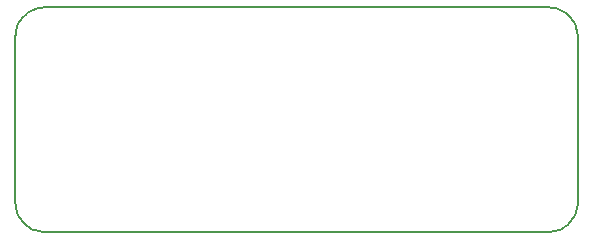
<source format=gbr>
G04 #@! TF.GenerationSoftware,KiCad,Pcbnew,(5.0.2-4-gb601aea34)*
G04 #@! TF.CreationDate,2019-09-30T13:15:35-05:00*
G04 #@! TF.ProjectId,mic switch,6d696320-7377-4697-9463-682e6b696361,rev?*
G04 #@! TF.SameCoordinates,Original*
G04 #@! TF.FileFunction,Profile,NP*
%FSLAX46Y46*%
G04 Gerber Fmt 4.6, Leading zero omitted, Abs format (unit mm)*
G04 Created by KiCad (PCBNEW (5.0.2-4-gb601aea34)) date Monday, September 30, 2019 at 01:15:35 PM*
%MOMM*%
%LPD*%
G01*
G04 APERTURE LIST*
%ADD10C,0.200000*%
G04 APERTURE END LIST*
D10*
X130810000Y-98933058D02*
X130810000Y-98298000D01*
X130810000Y-99426395D02*
X130810000Y-98933058D01*
X130810000Y-99795905D02*
X130810000Y-99426395D01*
X130810000Y-100059483D02*
X130810000Y-99795905D01*
X130810000Y-100235021D02*
X130810000Y-100059483D01*
X130810000Y-100340415D02*
X130810000Y-100235021D01*
X130810000Y-100393558D02*
X130810000Y-100340415D01*
X130810000Y-100412344D02*
X130810000Y-100393558D01*
X130810000Y-100414667D02*
X130810000Y-100412344D01*
X130810000Y-100415185D02*
X130810000Y-100414667D01*
X130810000Y-100418372D02*
X130810000Y-100415185D01*
X130810000Y-100426698D02*
X130810000Y-100418372D01*
X130810000Y-100442633D02*
X130810000Y-100426698D01*
X130810000Y-100468649D02*
X130810000Y-100442633D01*
X130810000Y-100507215D02*
X130810000Y-100468649D01*
X130810000Y-100560804D02*
X130810000Y-100507215D01*
X130810000Y-100631884D02*
X130810000Y-100560804D01*
X130810002Y-100722924D02*
X130810000Y-100631884D01*
X130810521Y-100834997D02*
X130810002Y-100722924D01*
X130813364Y-100965700D02*
X130810521Y-100834997D01*
X130820534Y-101112094D02*
X130813364Y-100965700D01*
X130834032Y-101271241D02*
X130820534Y-101112094D01*
X130855862Y-101440203D02*
X130834032Y-101271241D01*
X130888027Y-101616040D02*
X130855862Y-101440203D01*
X130932529Y-101795814D02*
X130888027Y-101616040D01*
X130991372Y-101976588D02*
X130932529Y-101795814D01*
X131066551Y-102155425D02*
X130991372Y-101976588D01*
X131158967Y-102329824D02*
X131066551Y-102155425D01*
X131267346Y-102498146D02*
X131158967Y-102329824D01*
X131390151Y-102658858D02*
X131267346Y-102498146D01*
X131525849Y-102810423D02*
X131390151Y-102658858D01*
X131672903Y-102951306D02*
X131525849Y-102810423D01*
X131829779Y-103079973D02*
X131672903Y-102951306D01*
X131994942Y-103194889D02*
X131829779Y-103079973D01*
X132166856Y-103294518D02*
X131994942Y-103194889D01*
X132343979Y-103377344D02*
X132166856Y-103294518D01*
X132524261Y-103443132D02*
X132343979Y-103377344D01*
X132704837Y-103493697D02*
X132524261Y-103443132D01*
X132882769Y-103531044D02*
X132704837Y-103493697D01*
X133055118Y-103557175D02*
X132882769Y-103531044D01*
X133218945Y-103574092D02*
X133055118Y-103557175D01*
X133371313Y-103583799D02*
X133218945Y-103574092D01*
X133509282Y-103588299D02*
X133371313Y-103583799D01*
X133629914Y-103589594D02*
X133509282Y-103588299D01*
X133730950Y-103589666D02*
X133629914Y-103589594D01*
X133836485Y-103589666D02*
X133730950Y-103589666D01*
X134004860Y-103589666D02*
X133836485Y-103589666D01*
X134296700Y-103589666D02*
X134004860Y-103589666D01*
X134772631Y-103589666D02*
X134296700Y-103589666D01*
X135493280Y-103589666D02*
X134772631Y-103589666D01*
X136519273Y-103589666D02*
X135493280Y-103589666D01*
X137911237Y-103589666D02*
X136519273Y-103589666D01*
X139729798Y-103589666D02*
X137911237Y-103589666D01*
X142032321Y-103589666D02*
X139729798Y-103589666D01*
X144793617Y-103589666D02*
X142032321Y-103589666D01*
X147901522Y-103589666D02*
X144793617Y-103589666D01*
X151239723Y-103589666D02*
X147901522Y-103589666D01*
X154691909Y-103589666D02*
X151239723Y-103589666D01*
X158141769Y-103589666D02*
X154691909Y-103589666D01*
X161472991Y-103589666D02*
X158141769Y-103589666D01*
X164569264Y-103589666D02*
X161472991Y-103589666D01*
X167314277Y-103589666D02*
X164569264Y-103589666D01*
X169596896Y-103589666D02*
X167314277Y-103589666D01*
X171397229Y-103589666D02*
X169596896Y-103589666D01*
X172773390Y-103589666D02*
X171397229Y-103589666D01*
X173786006Y-103589666D02*
X172773390Y-103589666D01*
X174495702Y-103589666D02*
X173786006Y-103589666D01*
X174963105Y-103589666D02*
X174495702Y-103589666D01*
X175248843Y-103589666D02*
X174963105Y-103589666D01*
X175413540Y-103589666D02*
X175248843Y-103589666D01*
X175517823Y-103589666D02*
X175413540Y-103589666D01*
X175619542Y-103589579D02*
X175517823Y-103589666D01*
X175740924Y-103588194D02*
X175619542Y-103589579D01*
X175879526Y-103583524D02*
X175740924Y-103588194D01*
X176032408Y-103573567D02*
X175879526Y-103583524D01*
X176196633Y-103556320D02*
X176032408Y-103573567D01*
X176369261Y-103529779D02*
X176196633Y-103556320D01*
X176547355Y-103491942D02*
X176369261Y-103529779D01*
X176727976Y-103440806D02*
X176547355Y-103491942D01*
X176908185Y-103374368D02*
X176727976Y-103440806D01*
X177085132Y-103290845D02*
X176908185Y-103374368D01*
X177256805Y-103190576D02*
X177085132Y-103290845D01*
X177421666Y-103075080D02*
X177256805Y-103190576D01*
X177578179Y-102945895D02*
X177421666Y-103075080D01*
X177724808Y-102804555D02*
X177578179Y-102945895D01*
X177860020Y-102652595D02*
X177724808Y-102804555D01*
X177982277Y-102491549D02*
X177860020Y-102652595D01*
X178090047Y-102322954D02*
X177982277Y-102491549D01*
X178181793Y-102148344D02*
X178090047Y-102322954D01*
X178256283Y-101969375D02*
X178181793Y-102148344D01*
X178314513Y-101788585D02*
X178256283Y-101969375D01*
X178358484Y-101608911D02*
X178314513Y-101788585D01*
X178390197Y-101433293D02*
X178358484Y-101608911D01*
X178411655Y-101264667D02*
X178390197Y-101433293D01*
X178424862Y-101105974D02*
X178411655Y-101264667D01*
X178431820Y-100960151D02*
X178424862Y-101105974D01*
X178434531Y-100830137D02*
X178431820Y-100960151D01*
X178435000Y-100718870D02*
X178434531Y-100830137D01*
X178435000Y-100626642D02*
X178435000Y-100718870D01*
X178435000Y-100538524D02*
X178435000Y-100626642D01*
X178435000Y-100434159D02*
X178435000Y-100538524D01*
X178435000Y-100293182D02*
X178435000Y-100434159D01*
X178435000Y-100095228D02*
X178435000Y-100293182D01*
X178435000Y-99819932D02*
X178435000Y-100095228D01*
X178435000Y-99446930D02*
X178435000Y-99819932D01*
X178435000Y-98955857D02*
X178435000Y-99446930D01*
X178435000Y-98326348D02*
X178435000Y-98955857D01*
X178435000Y-97546318D02*
X178435000Y-98326348D01*
X178435000Y-96641031D02*
X178435000Y-97546318D01*
X178435000Y-95646273D02*
X178435000Y-96641031D01*
X178435000Y-94597833D02*
X178435000Y-95646273D01*
X178435000Y-93531499D02*
X178435000Y-94597833D01*
X178435000Y-92483060D02*
X178435000Y-93531499D01*
X178435000Y-91488302D02*
X178435000Y-92483060D01*
X178435000Y-90583015D02*
X178435000Y-91488302D01*
X178435000Y-89802985D02*
X178435000Y-90583015D01*
X178435000Y-89173476D02*
X178435000Y-89802985D01*
X178435000Y-88682403D02*
X178435000Y-89173476D01*
X178435000Y-88309401D02*
X178435000Y-88682403D01*
X178435000Y-88034105D02*
X178435000Y-88309401D01*
X178435000Y-87836151D02*
X178435000Y-88034105D01*
X178435000Y-87695174D02*
X178435000Y-87836151D01*
X178435000Y-87590809D02*
X178435000Y-87695174D01*
X178435000Y-87502691D02*
X178435000Y-87590809D01*
X178435000Y-87410463D02*
X178435000Y-87502691D01*
X178434531Y-87299196D02*
X178435000Y-87410463D01*
X178431820Y-87169182D02*
X178434531Y-87299196D01*
X178424862Y-87023359D02*
X178431820Y-87169182D01*
X178411655Y-86864665D02*
X178424862Y-87023359D01*
X178390197Y-86696040D02*
X178411655Y-86864665D01*
X178358484Y-86520422D02*
X178390197Y-86696040D01*
X178314513Y-86340748D02*
X178358484Y-86520422D01*
X178256283Y-86159958D02*
X178314513Y-86340748D01*
X178181793Y-85980988D02*
X178256283Y-86159958D01*
X178090047Y-85806378D02*
X178181793Y-85980988D01*
X177982277Y-85637783D02*
X178090047Y-85806378D01*
X177860020Y-85476738D02*
X177982277Y-85637783D01*
X177724808Y-85324778D02*
X177860020Y-85476738D01*
X177578179Y-85183438D02*
X177724808Y-85324778D01*
X177421666Y-85054252D02*
X177578179Y-85183438D01*
X177256805Y-84938757D02*
X177421666Y-85054252D01*
X177085132Y-84838487D02*
X177256805Y-84938757D01*
X176908185Y-84754965D02*
X177085132Y-84838487D01*
X176727976Y-84688527D02*
X176908185Y-84754965D01*
X176547355Y-84637391D02*
X176727976Y-84688527D01*
X176369261Y-84599554D02*
X176547355Y-84637391D01*
X176196633Y-84573013D02*
X176369261Y-84599554D01*
X176032408Y-84555766D02*
X176196633Y-84573013D01*
X175879526Y-84545808D02*
X176032408Y-84555766D01*
X175740924Y-84541139D02*
X175879526Y-84545808D01*
X175619542Y-84539754D02*
X175740924Y-84541139D01*
X175517823Y-84539666D02*
X175619542Y-84539754D01*
X175413540Y-84539666D02*
X175517823Y-84539666D01*
X175248843Y-84539666D02*
X175413540Y-84539666D01*
X174963105Y-84539666D02*
X175248843Y-84539666D01*
X174495702Y-84539666D02*
X174963105Y-84539666D01*
X173786006Y-84539666D02*
X174495702Y-84539666D01*
X172773390Y-84539666D02*
X173786006Y-84539666D01*
X171397229Y-84539666D02*
X172773390Y-84539666D01*
X169596896Y-84539666D02*
X171397229Y-84539666D01*
X167314277Y-84539666D02*
X169596896Y-84539666D01*
X164569264Y-84539666D02*
X167314277Y-84539666D01*
X161472991Y-84539666D02*
X164569264Y-84539666D01*
X158141769Y-84539666D02*
X161472991Y-84539666D01*
X154691909Y-84539666D02*
X158141769Y-84539666D01*
X151239723Y-84539666D02*
X154691909Y-84539666D01*
X147901522Y-84539666D02*
X151239723Y-84539666D01*
X144793617Y-84539666D02*
X147901522Y-84539666D01*
X142032321Y-84539666D02*
X144793617Y-84539666D01*
X139729798Y-84539666D02*
X142032321Y-84539666D01*
X137911237Y-84539666D02*
X139729798Y-84539666D01*
X136519273Y-84539666D02*
X137911237Y-84539666D01*
X135493280Y-84539666D02*
X136519273Y-84539666D01*
X134772631Y-84539666D02*
X135493280Y-84539666D01*
X134296700Y-84539666D02*
X134772631Y-84539666D01*
X134004860Y-84539666D02*
X134296700Y-84539666D01*
X133836485Y-84539666D02*
X134004860Y-84539666D01*
X133730950Y-84539666D02*
X133836485Y-84539666D01*
X133629914Y-84539739D02*
X133730950Y-84539666D01*
X133509282Y-84541034D02*
X133629914Y-84539739D01*
X133371313Y-84545533D02*
X133509282Y-84541034D01*
X133218945Y-84555241D02*
X133371313Y-84545533D01*
X133055118Y-84572158D02*
X133218945Y-84555241D01*
X132882769Y-84598289D02*
X133055118Y-84572158D01*
X132704837Y-84635636D02*
X132882769Y-84598289D01*
X132524261Y-84686201D02*
X132704837Y-84635636D01*
X132343979Y-84751988D02*
X132524261Y-84686201D01*
X132166856Y-84834815D02*
X132343979Y-84751988D01*
X131994942Y-84934444D02*
X132166856Y-84834815D01*
X131829779Y-85049359D02*
X131994942Y-84934444D01*
X131672903Y-85178027D02*
X131829779Y-85049359D01*
X131525849Y-85318910D02*
X131672903Y-85178027D01*
X131390151Y-85470475D02*
X131525849Y-85318910D01*
X131267346Y-85631186D02*
X131390151Y-85470475D01*
X131158967Y-85799509D02*
X131267346Y-85631186D01*
X131066551Y-85973908D02*
X131158967Y-85799509D01*
X130991372Y-86152745D02*
X131066551Y-85973908D01*
X130932529Y-86333518D02*
X130991372Y-86152745D01*
X130888027Y-86513293D02*
X130932529Y-86333518D01*
X130855862Y-86689130D02*
X130888027Y-86513293D01*
X130834032Y-86858091D02*
X130855862Y-86689130D01*
X130820534Y-87017238D02*
X130834032Y-86858091D01*
X130813364Y-87163633D02*
X130820534Y-87017238D01*
X130810521Y-87294336D02*
X130813364Y-87163633D01*
X130810002Y-87406409D02*
X130810521Y-87294336D01*
X130810000Y-87499216D02*
X130810002Y-87406409D01*
X130810000Y-87587108D02*
X130810000Y-87499216D01*
X130810000Y-87690432D02*
X130810000Y-87587108D01*
X130810000Y-87829554D02*
X130810000Y-87690432D01*
X130810000Y-88024838D02*
X130810000Y-87829554D01*
X130810000Y-88296649D02*
X130810000Y-88024838D01*
X130810000Y-88665352D02*
X130810000Y-88296649D01*
X130810000Y-89151311D02*
X130810000Y-88665352D01*
X130810000Y-89774891D02*
X130810000Y-89151311D01*
X130810000Y-90549170D02*
X130810000Y-89774891D01*
X130810000Y-91450134D02*
X130810000Y-90549170D01*
X130810000Y-92442000D02*
X130810000Y-91450134D01*
X130810000Y-93488980D02*
X130810000Y-92442000D01*
X130810000Y-94555285D02*
X130810000Y-93488980D01*
X130810000Y-95605128D02*
X130810000Y-94555285D01*
X130810000Y-96602720D02*
X130810000Y-95605128D01*
X130810000Y-97512273D02*
X130810000Y-96602720D01*
X130810000Y-98298000D02*
X130810000Y-97512273D01*
M02*

</source>
